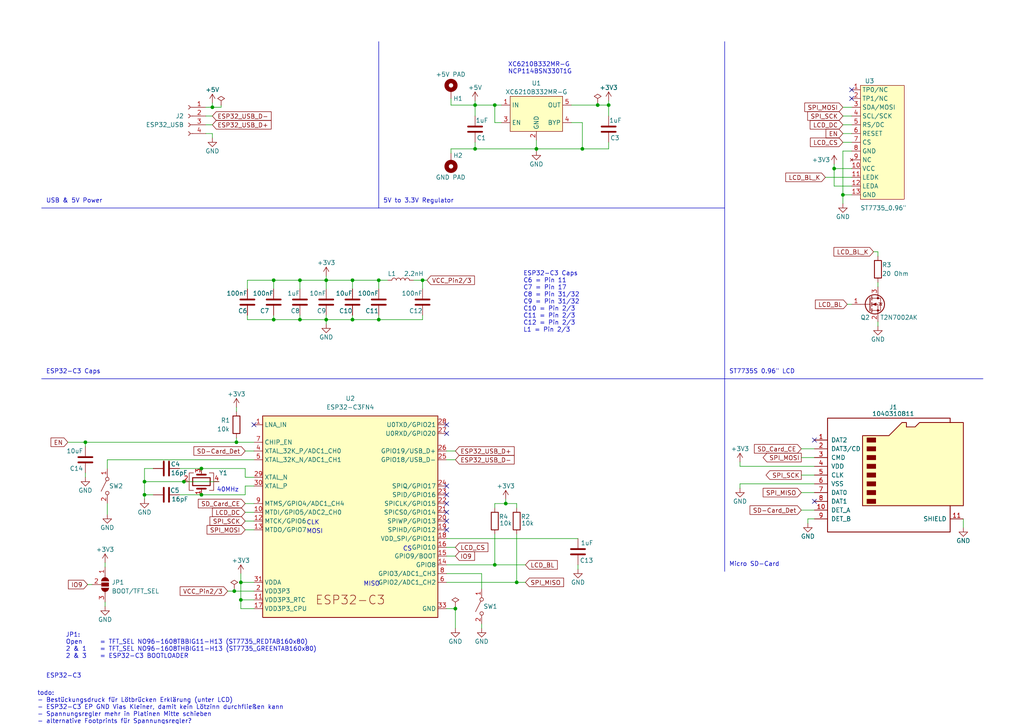
<source format=kicad_sch>
(kicad_sch (version 20230121) (generator eeschema)
  (paper "A4")
  (title_block (title "Switch Ornament") (date "2023-05-05") (rev "1.3"))
  (lib_symbols
    (symbol "Connector:Conn_01x04_Female" (pin_names (offset 1.016) hide)
      (property "Reference" "J" (at 0 5.08 0))
      (property "Value" "Conn_01x04_Female" (at 0 -7.62 0))
      (symbol "Conn_01x04_Female_1_1"
        (arc (start 0 -4.572) (mid -0.5058 -5.08) (end 0 -5.588) (stroke (width 0.1524)))
        (arc (start 0 -2.032) (mid -0.5058 -2.54) (end 0 -3.048) (stroke (width 0.1524)))
        (polyline (pts (xy -1.27 -5.08) (xy -0.508 -5.08)) (stroke (width 0.1524)))
        (polyline (pts (xy -1.27 -2.54) (xy -0.508 -2.54)) (stroke (width 0.1524)))
        (polyline (pts (xy -1.27 0) (xy -0.508 0)) (stroke (width 0.1524)))
        (polyline (pts (xy -1.27 2.54) (xy -0.508 2.54)) (stroke (width 0.1524)))
        (arc (start 0 0.508) (mid -0.5058 0) (end 0 -0.508) (stroke (width 0.1524)))
        (arc (start 0 3.048) (mid -0.5058 2.54) (end 0 2.032) (stroke (width 0.1524)))
        (pin passive line (at -5.08 2.54 0) (length 3.81) (name "Pin_1") (number "1"))
        (pin passive line (at -5.08 0 0) (length 3.81) (name "Pin_2") (number "2"))
        (pin passive line (at -5.08 -2.54 0) (length 3.81) (name "Pin_3") (number "3"))
        (pin passive line (at -5.08 -5.08 0) (length 3.81) (name "Pin_4") (number "4"))
      )
    )
    (symbol "Connector:Micro_SD_Card_Det" (pin_names (offset 1.016))
      (property "Reference" "J" (at -16.51 17.78 0))
      (property "Value" "Micro_SD_Card_Det" (at 16.51 17.78 0))
      (symbol "Micro_SD_Card_Det_0_1"
        (rectangle (start -7.62 -6.985) (end -5.08 -8.255) (fill (type outline)))
        (rectangle (start -7.62 -4.445) (end -5.08 -5.715) (fill (type outline)))
        (rectangle (start -7.62 -1.905) (end -5.08 -3.175) (fill (type outline)))
        (rectangle (start -7.62 0.635) (end -5.08 -0.635) (fill (type outline)))
        (rectangle (start -7.62 3.175) (end -5.08 1.905) (fill (type outline)))
        (rectangle (start -7.62 5.715) (end -5.08 4.445) (fill (type outline)))
        (rectangle (start -7.62 8.255) (end -5.08 6.985) (fill (type outline)))
        (rectangle (start -7.62 10.795) (end -5.08 9.525) (fill (type outline)))
        (polyline (pts (xy 16.51 15.24) (xy 16.51 16.51) (xy -19.05 16.51) (xy -19.05 -16.51) (xy 16.51 -16.51) (xy 16.51 -8.89)) (stroke (width 0.254)))
        (polyline (pts (xy -8.89 -8.89) (xy -8.89 11.43) (xy -1.27 11.43) (xy 2.54 15.24) (xy 3.81 15.24) (xy 3.81 13.97) (xy 6.35 13.97) (xy 7.62 15.24) (xy 20.32 15.24) (xy 20.32 -8.89) (xy -8.89 -8.89)) (stroke (width 0.254)) (fill (type background)))
      )
      (symbol "Micro_SD_Card_Det_1_1"
        (pin bidirectional line (at -22.86 10.16 0) (length 3.81) (name "DAT2") (number "1"))
        (pin passive line (at -22.86 -10.16 0) (length 3.81) (name "DET_A") (number "10"))
        (pin passive line (at 20.32 -12.7 180) (length 3.81) (name "SHIELD") (number "11"))
        (pin bidirectional line (at -22.86 7.62 0) (length 3.81) (name "DAT3/CD") (number "2"))
        (pin input line (at -22.86 5.08 0) (length 3.81) (name "CMD") (number "3"))
        (pin power_in line (at -22.86 2.54 0) (length 3.81) (name "VDD") (number "4"))
        (pin input line (at -22.86 0 0) (length 3.81) (name "CLK") (number "5"))
        (pin power_in line (at -22.86 -2.54 0) (length 3.81) (name "VSS") (number "6"))
        (pin bidirectional line (at -22.86 -5.08 0) (length 3.81) (name "DAT0") (number "7"))
        (pin bidirectional line (at -22.86 -7.62 0) (length 3.81) (name "DAT1") (number "8"))
        (pin passive line (at -22.86 -12.7 0) (length 3.81) (name "DET_B") (number "9"))
      )
    )
    (symbol "Device:C" (pin_numbers hide) (pin_names (offset 0.254))
      (property "Reference" "C" (at 0.635 2.54 0))
      (property "Value" "C" (at 0.635 -2.54 0))
      (symbol "C_0_1"
        (polyline (pts (xy -2.032 -0.762) (xy 2.032 -0.762)) (stroke (width 0.508)))
        (polyline (pts (xy -2.032 0.762) (xy 2.032 0.762)) (stroke (width 0.508)))
      )
      (symbol "C_1_1"
        (pin passive line (at 0 3.81 270) (length 2.794) (name "~") (number "1"))
        (pin passive line (at 0 -3.81 90) (length 2.794) (name "~") (number "2"))
      )
    )
    (symbol "Device:Crystal_GND24" (pin_names (offset 1.016) hide)
      (property "Reference" "Y" (at 3.175 5.08 0))
      (property "Value" "Crystal_GND24" (at 3.175 3.175 0))
      (symbol "Crystal_GND24_0_1"
        (rectangle (start -1.143 2.54) (end 1.143 -2.54) (stroke (width 0.3048)))
        (polyline (pts (xy -2.54 0) (xy -2.032 0)))
        (polyline (pts (xy -2.032 -1.27) (xy -2.032 1.27)) (stroke (width 0.508)))
        (polyline (pts (xy 0 -3.81) (xy 0 -3.556)))
        (polyline (pts (xy 0 3.556) (xy 0 3.81)))
        (polyline (pts (xy 2.032 -1.27) (xy 2.032 1.27)) (stroke (width 0.508)))
        (polyline (pts (xy 2.032 0) (xy 2.54 0)))
        (polyline (pts (xy -2.54 -2.286) (xy -2.54 -3.556) (xy 2.54 -3.556) (xy 2.54 -2.286)))
        (polyline (pts (xy -2.54 2.286) (xy -2.54 3.556) (xy 2.54 3.556) (xy 2.54 2.286)))
      )
      (symbol "Crystal_GND24_1_1"
        (pin passive line (at -3.81 0 0) (length 1.27) (name "1") (number "1"))
        (pin passive line (at 0 5.08 270) (length 1.27) (name "2") (number "2"))
        (pin passive line (at 3.81 0 180) (length 1.27) (name "3") (number "3"))
        (pin passive line (at 0 -5.08 90) (length 1.27) (name "4") (number "4"))
      )
    )
    (symbol "Device:L" (pin_numbers hide) (pin_names (offset 1.016) hide)
      (property "Reference" "L" (at -1.27 0 90))
      (property "Value" "L" (at 1.905 0 90))
      (symbol "L_0_1"
        (arc (start 0 -2.54) (mid 0.6323 -1.905) (end 0 -1.27))
        (arc (start 0 -1.27) (mid 0.6323 -0.635) (end 0 0))
        (arc (start 0 0) (mid 0.6323 0.635) (end 0 1.27))
        (arc (start 0 1.27) (mid 0.6323 1.905) (end 0 2.54))
      )
      (symbol "L_1_1"
        (pin passive line (at 0 3.81 270) (length 1.27) (name "1") (number "1"))
        (pin passive line (at 0 -3.81 90) (length 1.27) (name "2") (number "2"))
      )
    )
    (symbol "Device:R" (pin_numbers hide) (pin_names (offset 0))
      (property "Reference" "R" (at 2.032 0 90))
      (property "Value" "R" (at 0 0 90))
      (symbol "R_0_1"
        (rectangle (start -1.016 -2.54) (end 1.016 2.54) (stroke (width 0.254)))
      )
      (symbol "R_1_1"
        (pin passive line (at 0 3.81 270) (length 1.27) (name "~") (number "1"))
        (pin passive line (at 0 -3.81 90) (length 1.27) (name "~") (number "2"))
      )
    )
    (symbol "Display:ST7735_0.96{dblquote}"
      (property "Reference" "U" (at 1.27 1.27 0))
      (property "Value" "ST7735_0.96{dblquote}" (at 6.35 -34.29 0))
      (symbol "ST7735_0.96{dblquote}_0_1"
        (rectangle (start 0 0) (end 12.7 -33.02) (fill (type background)))
      )
      (symbol "ST7735_0.96{dblquote}_1_1"
        (pin input line (at -2.54 -1.27 0) (length 2.54) (name "TP0/NC") (number "1"))
        (pin input line (at -2.54 -24.13 0) (length 2.54) (name "VCC") (number "10"))
        (pin input line (at -2.54 -26.67 0) (length 2.54) (name "LEDK") (number "11"))
        (pin input line (at -2.54 -29.21 0) (length 2.54) (name "LEDA") (number "12"))
        (pin input line (at -2.54 -31.75 0) (length 2.54) (name "GND") (number "13"))
        (pin input line (at -2.54 -3.81 0) (length 2.54) (name "TP1/NC") (number "2"))
        (pin input line (at -2.54 -6.35 0) (length 2.54) (name "SDA/MOSI") (number "3"))
        (pin input line (at -2.54 -8.89 0) (length 2.54) (name "SCL/SCK") (number "4"))
        (pin input line (at -2.54 -11.43 0) (length 2.54) (name "RS/DC") (number "5"))
        (pin input line (at -2.54 -13.97 0) (length 2.54) (name "RESET") (number "6"))
        (pin input line (at -2.54 -16.51 0) (length 2.54) (name "CS") (number "7"))
        (pin input line (at -2.54 -19.05 0) (length 2.54) (name "GND") (number "8"))
        (pin no_connect line (at -2.54 -21.59 0) (length 2.54) (name "NC") (number "9"))
      )
    )
    (symbol "Espressif:ESP32-C3"
      (property "Reference" "U" (at -25.4 35.56 0))
      (property "Value" "ESP32-C3" (at -25.4 33.02 0))
      (symbol "ESP32-C3_0_0"
        (text "ESP32-C3" (at 0 -22.86 0) (effects (font (size 2.54 2.54))))
        (pin bidirectional line (at -27.94 27.94 0) (length 2.54) (name "LNA_IN") (number "1"))
        (pin bidirectional line (at -27.94 2.54 0) (length 2.54) (name "MTDI/GPIO5/ADC2_CH0") (number "10"))
        (pin power_in line (at -27.94 -22.86 0) (length 2.54) (name "VDD3P3_RTC") (number "11"))
        (pin bidirectional line (at -27.94 0 0) (length 2.54) (name "MTCK/GPIO6") (number "12"))
        (pin bidirectional line (at -27.94 -2.54 0) (length 2.54) (name "MTDO/GPIO7") (number "13"))
        (pin bidirectional line (at 27.94 -12.7 180) (length 2.54) (name "GPIO8") (number "14"))
        (pin bidirectional line (at 27.94 -10.16 180) (length 2.54) (name "GPIO9/BOOT") (number "15"))
        (pin bidirectional line (at 27.94 -7.62 180) (length 2.54) (name "GPIO10") (number "16"))
        (pin power_in line (at -27.94 -25.4 0) (length 2.54) (name "VDD3P3_CPU") (number "17"))
        (pin bidirectional line (at 27.94 -5.08 180) (length 2.54) (name "VDD_SPI/GPIO11") (number "18"))
        (pin bidirectional line (at 27.94 -2.54 180) (length 2.54) (name "SPIHD/GPIO12") (number "19"))
        (pin power_in line (at -27.94 -20.32 0) (length 2.54) (name "VDD3P3") (number "2"))
        (pin bidirectional line (at 27.94 0 180) (length 2.54) (name "SPIWP/GPIO13") (number "20"))
        (pin bidirectional line (at 27.94 2.54 180) (length 2.54) (name "SPICS0/GPIO14") (number "21"))
        (pin bidirectional line (at 27.94 5.08 180) (length 2.54) (name "SPICLK/GPIO15") (number "22"))
        (pin bidirectional line (at 27.94 7.62 180) (length 2.54) (name "SPID/GPIO16") (number "23"))
        (pin bidirectional line (at 27.94 10.16 180) (length 2.54) (name "SPIQ/GPIO17") (number "24"))
        (pin bidirectional line (at 27.94 17.78 180) (length 2.54) (name "GPIO18/USB_D-") (number "25"))
        (pin bidirectional line (at 27.94 20.32 180) (length 2.54) (name "GPIO19/USB_D+") (number "26"))
        (pin bidirectional line (at 27.94 25.4 180) (length 2.54) (name "U0RXD/GPIO20") (number "27"))
        (pin bidirectional line (at 27.94 27.94 180) (length 2.54) (name "U0TXD/GPIO21") (number "28"))
        (pin output line (at -27.94 12.7 0) (length 2.54) (name "XTAL_N") (number "29"))
        (pin input line (at -27.94 10.16 0) (length 2.54) (name "XTAL_P") (number "30"))
        (pin power_in line (at -27.94 -17.78 0) (length 2.54) (name "VDDA") (number "31"))
        (pin power_in line (at 27.94 -25.4 180) (length 2.54) (name "GND") (number "33"))
        (pin output line (at -27.94 20.32 0) (length 2.54) (name "XTAL_32K_P/ADC1_CH0") (number "4"))
        (pin input line (at -27.94 17.78 0) (length 2.54) (name "XTAL_32K_N/ADC1_CH1") (number "5"))
        (pin bidirectional line (at 27.94 -17.78 180) (length 2.54) (name "GPIO2/ADC1_CH2") (number "6"))
        (pin input line (at -27.94 22.86 0) (length 2.54) (name "CHIP_EN") (number "7"))
        (pin bidirectional line (at 27.94 -15.24 180) (length 2.54) (name "GPIO3/ADC1_CH3") (number "8"))
        (pin bidirectional line (at -27.94 5.08 0) (length 2.54) (name "MTMS/GPIO4/ADC1_CH4") (number "9"))
      )
      (symbol "ESP32-C3_0_1"
        (rectangle (start -25.4 30.48) (end 25.4 -27.94) (stroke (width 0.254)) (fill (type background)))
        (pin passive line (at -27.94 -20.32 0) (length 2.54) hide (name "VDD3P3") (number "3"))
        (pin passive line (at -27.94 -17.78 0) (length 2.54) hide (name "VDDA") (number "32"))
      )
    )
    (symbol "Jumper:SolderJumper_3_Open" (pin_names (offset 0) hide)
      (property "Reference" "JP" (at -2.54 -2.54 0))
      (property "Value" "SolderJumper_3_Open" (at 0 2.794 0))
      (symbol "SolderJumper_3_Open_0_1"
        (arc (start -1.016 1.016) (mid -2.0276 0) (end -1.016 -1.016))
        (arc (start -1.016 1.016) (mid -2.0276 0) (end -1.016 -1.016) (fill (type outline)))
        (rectangle (start -0.508 1.016) (end 0.508 -1.016) (fill (type outline)))
        (polyline (pts (xy -2.54 0) (xy -2.032 0)))
        (polyline (pts (xy -1.016 1.016) (xy -1.016 -1.016)))
        (polyline (pts (xy 0 -1.27) (xy 0 -1.016)))
        (polyline (pts (xy 1.016 1.016) (xy 1.016 -1.016)))
        (polyline (pts (xy 2.54 0) (xy 2.032 0)))
        (arc (start 1.016 -1.016) (mid 2.0276 0) (end 1.016 1.016))
        (arc (start 1.016 -1.016) (mid 2.0276 0) (end 1.016 1.016) (fill (type outline)))
      )
      (symbol "SolderJumper_3_Open_1_1"
        (pin passive line (at -5.08 0 0) (length 2.54) (name "A") (number "1"))
        (pin passive line (at 0 -3.81 90) (length 2.54) (name "C") (number "2"))
        (pin passive line (at 5.08 0 180) (length 2.54) (name "B") (number "3"))
      )
    )
    (symbol "Mechanical:MountingHole_Pad" (pin_numbers hide) (pin_names (offset 1.016) hide)
      (property "Reference" "H" (at 0 6.35 0))
      (property "Value" "MountingHole_Pad" (at 0 4.445 0))
      (symbol "MountingHole_Pad_0_1"
        (circle (center 0 1.27) (radius 1.27) (stroke (width 1.27)))
      )
      (symbol "MountingHole_Pad_1_1"
        (pin input line (at 0 -2.54 90) (length 2.54) (name "1") (number "1"))
      )
    )
    (symbol "NCP700BSN33T1G:NCP700BSN33T1G"
      (property "Reference" "U" (at 0 11.43 0))
      (property "Value" "NCP700BSN33T1G" (at 0 8.89 0))
      (symbol "NCP700BSN33T1G_0_1"
        (rectangle (start -7.62 7.62) (end 7.62 -2.54) (fill (type background)))
      )
      (symbol "NCP700BSN33T1G_1_1"
        (pin input line (at -10.16 5.08 0) (length 2.54) (name "IN") (number "1"))
        (pin input line (at 0 -5.08 90) (length 2.54) (name "GND") (number "2"))
        (pin input line (at -10.16 0 0) (length 2.54) (name "EN") (number "3"))
        (pin input line (at 10.16 0 180) (length 2.54) (name "BYP") (number "4"))
        (pin input line (at 10.16 5.08 180) (length 2.54) (name "OUT") (number "5"))
      )
    )
    (symbol "Switch:SW_SPST" (pin_names (offset 0) hide)
      (property "Reference" "SW" (at 0 3.175 0))
      (property "Value" "SW_SPST" (at 0 -2.54 0))
      (symbol "SW_SPST_0_0"
        (circle (center -2.032 0) (radius 0.508))
        (polyline (pts (xy -1.524 0.254) (xy 1.524 1.778)))
        (circle (center 2.032 0) (radius 0.508))
      )
      (symbol "SW_SPST_1_1"
        (pin passive line (at -5.08 0 0) (length 2.54) (name "A") (number "1"))
        (pin passive line (at 5.08 0 180) (length 2.54) (name "B") (number "2"))
      )
    )
    (symbol "Transistor_FET:2N7002E" (pin_names hide)
      (property "Reference" "Q" (at 5.08 1.905 0))
      (property "Value" "2N7002E" (at 5.08 0 0))
      (symbol "2N7002E_0_1"
        (polyline (pts (xy 0.254 0) (xy -2.54 0)))
        (polyline (pts (xy 0.254 1.905) (xy 0.254 -1.905)) (stroke (width 0.254)))
        (polyline (pts (xy 0.762 -1.27) (xy 0.762 -2.286)) (stroke (width 0.254)))
        (polyline (pts (xy 0.762 0.508) (xy 0.762 -0.508)) (stroke (width 0.254)))
        (polyline (pts (xy 0.762 2.286) (xy 0.762 1.27)) (stroke (width 0.254)))
        (polyline (pts (xy 2.54 2.54) (xy 2.54 1.778)))
        (polyline (pts (xy 2.54 -2.54) (xy 2.54 0) (xy 0.762 0)))
        (polyline (pts (xy 0.762 -1.778) (xy 3.302 -1.778) (xy 3.302 1.778) (xy 0.762 1.778)))
        (polyline (pts (xy 1.016 0) (xy 2.032 0.381) (xy 2.032 -0.381) (xy 1.016 0)) (fill (type outline)))
        (polyline (pts (xy 2.794 0.508) (xy 2.921 0.381) (xy 3.683 0.381) (xy 3.81 0.254)))
        (polyline (pts (xy 3.302 0.381) (xy 2.921 -0.254) (xy 3.683 -0.254) (xy 3.302 0.381)))
        (circle (center 1.651 0) (radius 2.794) (stroke (width 0.254)))
        (circle (center 2.54 -1.778) (radius 0.254) (fill (type outline)))
        (circle (center 2.54 1.778) (radius 0.254) (fill (type outline)))
      )
      (symbol "2N7002E_1_1"
        (pin input line (at -5.08 0 0) (length 2.54) (name "G") (number "1"))
        (pin passive line (at 2.54 -5.08 90) (length 2.54) (name "S") (number "2"))
        (pin passive line (at 2.54 5.08 270) (length 2.54) (name "D") (number "3"))
      )
    )
    (symbol "power:+3V3" (power) (pin_names (offset 0))
      (property "Value" "+3V3" (at 0 3.556 0))
      (symbol "+3V3_0_1"
        (polyline (pts (xy -0.762 1.27) (xy 0 2.54)))
        (polyline (pts (xy 0 0) (xy 0 2.54)))
        (polyline (pts (xy 0 2.54) (xy 0.762 1.27)))
      )
      (symbol "+3V3_1_1"
        (pin power_in line (at 0 0 90) (length 0) hide (name "+3V3") (number "1"))
      )
    )
    (symbol "power:+5V" (power) (pin_names (offset 0))
      (property "Value" "+5V" (at 0 3.556 0))
      (symbol "+5V_0_1"
        (polyline (pts (xy -0.762 1.27) (xy 0 2.54)))
        (polyline (pts (xy 0 0) (xy 0 2.54)))
        (polyline (pts (xy 0 2.54) (xy 0.762 1.27)))
      )
      (symbol "+5V_1_1"
        (pin power_in line (at 0 0 90) (length 0) hide (name "+5V") (number "1"))
      )
    )
    (symbol "power:GND" (power) (pin_names (offset 0))
      (property "Value" "GND" (at 0 -3.81 0))
      (symbol "GND_0_1"
        (polyline (pts (xy 0 0) (xy 0 -1.27) (xy 1.27 -1.27) (xy 0 -2.54) (xy -1.27 -1.27) (xy 0 -1.27)))
      )
      (symbol "GND_1_1"
        (pin power_in line (at 0 0 270) (length 0) hide (name "GND") (number "1"))
      )
    )
    (symbol "power:PWR_FLAG" (power) (pin_numbers hide) (pin_names (offset 0) hide)
      (property "Value" "PWR_FLAG" (at 0 3.81 0))
      (symbol "PWR_FLAG_0_0"
        (pin power_out line (at 0 0 90) (length 0) (name "pwr") (number "1"))
      )
      (symbol "PWR_FLAG_0_1"
        (polyline (pts (xy 0 0) (xy 0 1.27) (xy -1.016 1.905) (xy 0 2.54) (xy 1.016 1.905) (xy 0 1.27)))
      )
    )
  )
  (junction (at 244.475 56.515))
  (junction (at 143.51 163.83))
  (junction (at 86.995 81.28))
  (junction (at 58.42 135.89))
  (junction (at 143.51 30.48))
  (junction (at 109.855 81.28))
  (junction (at 173.355 30.48))
  (junction (at 146.685 146.05))
  (junction (at 61.595 31.115))
  (junction (at 94.615 81.28))
  (junction (at 68.58 128.27))
  (junction (at 69.85 173.99))
  (junction (at 137.795 30.48))
  (junction (at 79.375 92.71))
  (junction (at 86.995 92.71))
  (junction (at 67.945 171.45))
  (junction (at 109.855 92.71))
  (junction (at 58.42 143.51))
  (junction (at 168.91 43.18))
  (junction (at 137.795 43.18))
  (junction (at 79.375 81.28))
  (junction (at 176.53 30.48))
  (junction (at 155.575 43.18))
  (junction (at 122.555 81.28))
  (junction (at 53.34 139.7))
  (junction (at 102.235 81.28))
  (junction (at 41.91 143.51))
  (junction (at 69.85 168.91))
  (junction (at 102.235 92.71))
  (junction (at 241.935 48.895))
  (junction (at 94.615 92.71))
  (junction (at 24.765 128.27))
  (junction (at 41.91 139.7))
  (junction (at 132.08 176.53))
  (junction (at 149.86 168.91))
  (no_connect (at 129.54 146.05))
  (no_connect (at 129.54 153.67))
  (no_connect (at 129.54 151.13))
  (no_connect (at 129.54 143.51))
  (no_connect (at 236.22 127.635))
  (no_connect (at 247.015 28.575))
  (no_connect (at 247.015 26.035))
  (no_connect (at 129.54 148.59))
  (no_connect (at 73.66 123.19))
  (no_connect (at 129.54 123.19))
  (no_connect (at 129.54 125.73))
  (no_connect (at 129.54 140.97))
  (no_connect (at 236.22 145.415))
  (wire (pts (xy 173.355 30.48) (xy 176.53 30.48)))
  (wire (pts (xy 143.51 163.83) (xy 152.4 163.83)))
  (wire (pts (xy 94.615 80.01) (xy 94.615 81.28)))
  (wire (pts (xy 146.685 144.78) (xy 146.685 146.05)))
  (wire (pts (xy 132.08 176.53) (xy 129.54 176.53)))
  (wire (pts (xy 244.475 31.115) (xy 247.015 31.115)))
  (wire (pts (xy 129.54 168.91) (xy 149.86 168.91)))
  (wire (pts (xy 234.315 150.495) (xy 236.22 150.495)))
  (wire (pts (xy 253.365 73.025) (xy 254.635 73.025)))
  (wire (pts (xy 71.755 81.28) (xy 79.375 81.28)))
  (wire (pts (xy 71.755 81.28) (xy 71.755 83.82)))
  (wire (pts (xy 149.86 168.91) (xy 152.4 168.91)))
  (wire (pts (xy 61.595 29.845) (xy 61.595 31.115)))
  (wire (pts (xy 122.555 92.71) (xy 109.855 92.71)))
  (wire (pts (xy 52.07 143.51) (xy 58.42 143.51)))
  (wire (pts (xy 137.795 30.48) (xy 137.795 33.655)))
  (wire (pts (xy 109.855 81.28) (xy 102.235 81.28)))
  (wire (pts (xy 86.995 92.71) (xy 94.615 92.71)))
  (wire (pts (xy 247.015 43.815) (xy 244.475 43.815)))
  (wire (pts (xy 123.825 81.28) (xy 122.555 81.28)))
  (wire (pts (xy 79.375 92.71) (xy 86.995 92.71)))
  (wire (pts (xy 67.945 170.815) (xy 67.945 171.45)))
  (wire (pts (xy 19.685 128.27) (xy 24.765 128.27)))
  (wire (pts (xy 61.595 33.655) (xy 59.69 33.655)))
  (wire (pts (xy 245.745 88.265) (xy 247.015 88.265)))
  (wire (pts (xy 168.91 35.56) (xy 168.91 43.18)))
  (wire (pts (xy 53.34 139.7) (xy 63.5 139.7)))
  (wire (pts (xy 122.555 91.44) (xy 122.555 92.71)))
  (wire (pts (xy 132.08 130.81) (xy 129.54 130.81)))
  (wire (pts (xy 41.91 143.51) (xy 41.91 144.78)))
  (wire (pts (xy 149.86 154.94) (xy 149.86 168.91)))
  (wire (pts (xy 86.995 91.44) (xy 86.995 92.71)))
  (wire (pts (xy 102.235 81.28) (xy 94.615 81.28)))
  (wire (pts (xy 73.66 138.43) (xy 71.12 138.43)))
  (wire (pts (xy 24.765 128.27) (xy 68.58 128.27)))
  (wire (pts (xy 69.85 168.91) (xy 69.85 173.99)))
  (wire (pts (xy 254.635 81.915) (xy 254.635 83.185)))
  (wire (pts (xy 71.12 140.97) (xy 71.12 143.51)))
  (wire (pts (xy 41.91 143.51) (xy 44.45 143.51)))
  (wire (pts (xy 232.41 137.795) (xy 236.22 137.795)))
  (wire (pts (xy 94.615 92.71) (xy 94.615 91.44)))
  (wire (pts (xy 155.575 43.18) (xy 168.91 43.18)))
  (wire (pts (xy 143.51 35.56) (xy 143.51 30.48)))
  (wire (pts (xy 71.755 91.44) (xy 71.755 92.71)))
  (polyline (pts (xy 12.065 60.325) (xy 210.185 60.325)))
  (wire (pts (xy 102.235 83.82) (xy 102.235 81.28)))
  (wire (pts (xy 30.48 163.195) (xy 30.48 164.465)))
  (wire (pts (xy 139.7 166.37) (xy 139.7 170.815)))
  (wire (pts (xy 137.795 41.275) (xy 137.795 43.18)))
  (wire (pts (xy 44.45 135.89) (xy 41.91 135.89)))
  (wire (pts (xy 68.58 118.11) (xy 68.58 119.38)))
  (wire (pts (xy 129.54 163.83) (xy 143.51 163.83)))
  (wire (pts (xy 58.42 135.89) (xy 71.12 135.89)))
  (wire (pts (xy 143.51 163.83) (xy 143.51 154.94)))
  (wire (pts (xy 232.41 132.715) (xy 236.22 132.715)))
  (wire (pts (xy 244.475 56.515) (xy 247.015 56.515)))
  (wire (pts (xy 129.54 158.75) (xy 132.08 158.75)))
  (wire (pts (xy 244.475 43.815) (xy 244.475 56.515)))
  (wire (pts (xy 214.63 133.985) (xy 214.63 135.255)))
  (wire (pts (xy 109.855 81.28) (xy 109.855 83.82)))
  (wire (pts (xy 68.58 128.27) (xy 73.66 128.27)))
  (wire (pts (xy 247.015 53.975) (xy 241.935 53.975)))
  (wire (pts (xy 143.51 35.56) (xy 145.415 35.56)))
  (wire (pts (xy 176.53 41.275) (xy 176.53 43.18)))
  (wire (pts (xy 102.235 92.71) (xy 94.615 92.71)))
  (wire (pts (xy 86.995 81.28) (xy 86.995 83.82)))
  (wire (pts (xy 24.765 128.27) (xy 24.765 129.54)))
  (wire (pts (xy 71.12 130.81) (xy 73.66 130.81)))
  (wire (pts (xy 149.86 146.05) (xy 146.685 146.05)))
  (wire (pts (xy 79.375 81.28) (xy 86.995 81.28)))
  (wire (pts (xy 143.51 30.48) (xy 145.415 30.48)))
  (wire (pts (xy 31.115 133.35) (xy 73.66 133.35)))
  (wire (pts (xy 130.81 28.575) (xy 130.81 30.48)))
  (wire (pts (xy 71.755 92.71) (xy 79.375 92.71)))
  (wire (pts (xy 109.855 92.71) (xy 102.235 92.71)))
  (wire (pts (xy 254.635 93.345) (xy 254.635 94.615)))
  (wire (pts (xy 279.4 150.495) (xy 279.4 153.035)))
  (wire (pts (xy 130.81 43.18) (xy 137.795 43.18)))
  (wire (pts (xy 122.555 81.28) (xy 122.555 83.82)))
  (wire (pts (xy 241.935 53.975) (xy 241.935 48.895)))
  (wire (pts (xy 41.91 139.7) (xy 53.34 139.7)))
  (wire (pts (xy 137.795 29.21) (xy 137.795 30.48)))
  (wire (pts (xy 73.66 140.97) (xy 71.12 140.97)))
  (wire (pts (xy 129.54 156.21) (xy 167.64 156.21)))
  (wire (pts (xy 165.735 35.56) (xy 168.91 35.56)))
  (wire (pts (xy 71.12 138.43) (xy 71.12 135.89)))
  (wire (pts (xy 241.935 48.895) (xy 247.015 48.895)))
  (wire (pts (xy 69.85 173.99) (xy 69.85 176.53)))
  (wire (pts (xy 71.12 153.67) (xy 73.66 153.67)))
  (wire (pts (xy 58.42 143.51) (xy 71.12 143.51)))
  (wire (pts (xy 31.115 135.89) (xy 31.115 133.35)))
  (wire (pts (xy 73.66 173.99) (xy 69.85 173.99)))
  (polyline (pts (xy 210.185 12.065) (xy 210.185 165.735)))
  (wire (pts (xy 52.07 135.89) (xy 58.42 135.89)))
  (wire (pts (xy 66.04 171.45) (xy 67.945 171.45)))
  (wire (pts (xy 94.615 92.71) (xy 94.615 93.98)))
  (wire (pts (xy 25.4 169.545) (xy 26.67 169.545)))
  (wire (pts (xy 61.595 36.195) (xy 59.69 36.195)))
  (wire (pts (xy 129.54 166.37) (xy 139.7 166.37)))
  (wire (pts (xy 71.12 151.13) (xy 73.66 151.13)))
  (wire (pts (xy 173.355 29.845) (xy 173.355 30.48)))
  (wire (pts (xy 155.575 43.815) (xy 155.575 43.18)))
  (wire (pts (xy 214.63 141.605) (xy 214.63 140.335)))
  (wire (pts (xy 254.635 73.025) (xy 254.635 74.295)))
  (wire (pts (xy 139.7 180.975) (xy 139.7 182.245)))
  (polyline (pts (xy 109.855 12.065) (xy 109.855 60.325)))
  (wire (pts (xy 176.53 29.21) (xy 176.53 30.48)))
  (wire (pts (xy 69.85 168.91) (xy 73.66 168.91)))
  (wire (pts (xy 244.475 36.195) (xy 247.015 36.195)))
  (wire (pts (xy 143.51 30.48) (xy 137.795 30.48)))
  (wire (pts (xy 132.08 175.895) (xy 132.08 176.53)))
  (wire (pts (xy 68.58 127) (xy 68.58 128.27)))
  (wire (pts (xy 30.48 175.895) (xy 30.48 174.625)))
  (wire (pts (xy 132.08 182.245) (xy 132.08 176.53)))
  (wire (pts (xy 79.375 81.28) (xy 79.375 83.82)))
  (wire (pts (xy 112.395 81.28) (xy 109.855 81.28)))
  (wire (pts (xy 143.51 146.05) (xy 143.51 147.32)))
  (wire (pts (xy 31.115 146.05) (xy 31.115 149.225)))
  (wire (pts (xy 67.945 171.45) (xy 73.66 171.45)))
  (wire (pts (xy 244.475 41.275) (xy 247.015 41.275)))
  (wire (pts (xy 61.595 38.735) (xy 61.595 40.005)))
  (wire (pts (xy 79.375 91.44) (xy 79.375 92.71)))
  (wire (pts (xy 41.91 139.7) (xy 41.91 143.51)))
  (wire (pts (xy 241.935 47.625) (xy 241.935 48.895)))
  (wire (pts (xy 73.66 176.53) (xy 69.85 176.53)))
  (wire (pts (xy 41.91 135.89) (xy 41.91 139.7)))
  (wire (pts (xy 155.575 40.64) (xy 155.575 43.18)))
  (wire (pts (xy 214.63 140.335) (xy 236.22 140.335)))
  (wire (pts (xy 61.595 38.735) (xy 59.69 38.735)))
  (wire (pts (xy 64.135 30.48) (xy 64.135 31.115)))
  (wire (pts (xy 232.41 142.875) (xy 236.22 142.875)))
  (wire (pts (xy 71.12 148.59) (xy 73.66 148.59)))
  (wire (pts (xy 234.315 151.765) (xy 234.315 150.495)))
  (wire (pts (xy 176.53 33.655) (xy 176.53 30.48)))
  (wire (pts (xy 244.475 59.055) (xy 244.475 56.515)))
  (wire (pts (xy 129.54 161.29) (xy 132.08 161.29)))
  (wire (pts (xy 94.615 81.28) (xy 94.615 83.82)))
  (wire (pts (xy 167.64 165.1) (xy 167.64 163.83)))
  (wire (pts (xy 64.135 31.115) (xy 61.595 31.115)))
  (wire (pts (xy 244.475 33.655) (xy 247.015 33.655)))
  (wire (pts (xy 214.63 135.255) (xy 236.22 135.255)))
  (polyline (pts (xy 12.065 109.855) (xy 285.115 109.855)))
  (wire (pts (xy 130.81 44.45) (xy 130.81 43.18)))
  (wire (pts (xy 176.53 43.18) (xy 168.91 43.18)))
  (wire (pts (xy 71.12 146.05) (xy 73.66 146.05)))
  (wire (pts (xy 232.41 130.175) (xy 236.22 130.175)))
  (wire (pts (xy 130.81 30.48) (xy 137.795 30.48)))
  (wire (pts (xy 165.735 30.48) (xy 173.355 30.48)))
  (wire (pts (xy 69.85 168.91) (xy 69.85 166.37)))
  (wire (pts (xy 86.995 81.28) (xy 94.615 81.28)))
  (wire (pts (xy 132.08 133.35) (xy 129.54 133.35)))
  (wire (pts (xy 244.475 38.735) (xy 247.015 38.735)))
  (wire (pts (xy 232.41 147.955) (xy 236.22 147.955)))
  (wire (pts (xy 24.765 138.43) (xy 24.765 137.16)))
  (wire (pts (xy 122.555 81.28) (xy 120.015 81.28)))
  (wire (pts (xy 239.395 51.435) (xy 247.015 51.435)))
  (wire (pts (xy 109.855 91.44) (xy 109.855 92.71)))
  (wire (pts (xy 149.86 146.05) (xy 149.86 147.32)))
  (wire (pts (xy 146.685 146.05) (xy 143.51 146.05)))
  (wire (pts (xy 102.235 91.44) (xy 102.235 92.71)))
  (wire (pts (xy 61.595 31.115) (xy 59.69 31.115)))
  (wire (pts (xy 137.795 43.18) (xy 155.575 43.18)))
  (text "ST7735S 0.96\" LCD" (at 211.455 108.585 0) (effects (font (size 1.27 1.27)) (justify left bottom)))
  (text "CLK" (at 88.9 152.4 0) (effects (font (size 1.27 1.27)) (justify left bottom)))
  (text "40MHz" (at 62.865 142.875 0) (effects (font (size 1.27 1.27)) (justify left bottom)))
  (text "USB & 5V Power" (at 13.335 59.055 0) (effects (font (size 1.27 1.27)) (justify left bottom)))
  (text "XC6210B332MR-G\nNCP114BSN330T1G" (at 147.32 21.59 0) (effects (font (size 1.27 1.27)) (justify left bottom)))
  (text "CS" (at 116.84 160.02 0) (effects (font (size 1.27 1.27)) (justify left bottom)))
  (text "ESP32-C3 Caps" (at 13.335 108.585 0) (effects (font (size 1.27 1.27)) (justify left bottom)))
  (text "MOSI" (at 88.9 154.94 0) (effects (font (size 1.27 1.27)) (justify left bottom)))
  (text "Micro SD-Card" (at 211.455 164.465 0) (effects (font (size 1.27 1.27)) (justify left bottom)))
  (text "todo:\n- Bestückungsdruck für Lötbrücken Erklärung (unter LCD)\n- ESP32-C3 EP GND Vias Kleiner, damit kein Lötzinn durchfließen kann\n- Spannungsregler mehr in Platinen Mitte schieben\n- alternative Footprints für Spannungsregler?\n- Optimierung der Leiterbahnen?" (at 10.795 212.09 0) (effects (font (size 1.27 1.27)) (justify left bottom)))
  (text "ESP32-C3 Caps\nC6 = Pin 11\nC7 = Pin 17\nC8 = Pin 31/32\nC9 = Pin 31/32\nC10 = Pin 2/3\nC11 = Pin 2/3\nC12 = Pin 2/3\nL1 = Pin 2/3" (at 151.765 96.52 0) (effects (font (size 1.27 1.27)) (justify left bottom)))
  (text "MISO" (at 105.41 170.18 0) (effects (font (size 1.27 1.27)) (justify left bottom)))
  (text "ESP32-C3" (at 13.335 196.85 0) (effects (font (size 1.27 1.27)) (justify left bottom)))
  (text "JP1:\nOpen	= TFT_SEL NO96-1608TBBIG11-H13 (ST7735_REDTAB160x80)\n2 & 1	= TFT_SEL NO96-1608THBIG11-H13 (ST7735_GREENTAB160x80)\n2 & 3	= ESP32-C3 BOOTLOADER" (at 19.05 191.135 0) (effects (font (size 1.27 1.27)) (justify left bottom)))
  (text "5V to 3.3V Regulator" (at 111.125 59.055 0) (effects (font (size 1.27 1.27)) (justify left bottom)))
  (global_label "IO9" (shape input) (at 132.08 161.29 0) (property "Intersheetrefs" "${INTERSHEET_REFS}" (effects hide)))
  (global_label "SD_Card_CE" (shape input) (at 71.12 146.05 180) (property "Intersheetrefs" "${INTERSHEET_REFS}" (effects hide)))
  (global_label "ESP32_USB_D-" (shape input) (at 61.595 33.655 0) (property "Intersheetrefs" "${INTERSHEET_REFS}" (effects hide)))
  (global_label "SPI_MISO" (shape input) (at 232.41 142.875 180) (property "Intersheetrefs" "${INTERSHEET_REFS}" (effects hide)))
  (global_label "LCD_BL" (shape input) (at 245.745 88.265 180) (property "Intersheetrefs" "${INTERSHEET_REFS}" (effects hide)))
  (global_label "VCC_Pin2{slash}3" (shape input) (at 123.825 81.28 0) (property "Intersheetrefs" "${INTERSHEET_REFS}" (effects hide)))
  (global_label "LCD_DC" (shape input) (at 244.475 36.195 180) (property "Intersheetrefs" "${INTERSHEET_REFS}" (effects hide)))
  (global_label "VCC_Pin2{slash}3" (shape input) (at 66.04 171.45 180) (property "Intersheetrefs" "${INTERSHEET_REFS}" (effects hide)))
  (global_label "SD-Card_Det" (shape input) (at 71.12 130.81 180) (property "Intersheetrefs" "${INTERSHEET_REFS}" (effects hide)))
  (global_label "SPI_MOSI" (shape output) (at 232.41 132.715 180) (property "Intersheetrefs" "${INTERSHEET_REFS}" (effects hide)))
  (global_label "LCD_CS" (shape input) (at 132.08 158.75 0) (property "Intersheetrefs" "${INTERSHEET_REFS}" (effects hide)))
  (global_label "SD_Card_CE" (shape input) (at 232.41 130.175 180) (property "Intersheetrefs" "${INTERSHEET_REFS}" (effects hide)))
  (global_label "LCD_CS" (shape input) (at 244.475 41.275 180) (property "Intersheetrefs" "${INTERSHEET_REFS}" (effects hide)))
  (global_label "SPI_SCK" (shape input) (at 244.475 33.655 180) (property "Intersheetrefs" "${INTERSHEET_REFS}" (effects hide)))
  (global_label "EN" (shape input) (at 19.685 128.27 180) (property "Intersheetrefs" "${INTERSHEET_REFS}" (effects hide)))
  (global_label "SPI_SCK" (shape input) (at 71.12 151.13 180) (property "Intersheetrefs" "${INTERSHEET_REFS}" (effects hide)))
  (global_label "ESP32_USB_D+" (shape input) (at 61.595 36.195 0) (property "Intersheetrefs" "${INTERSHEET_REFS}" (effects hide)))
  (global_label "ESP32_USB_D-" (shape input) (at 132.08 133.35 0) (property "Intersheetrefs" "${INTERSHEET_REFS}" (effects hide)))
  (global_label "ESP32_USB_D+" (shape input) (at 132.08 130.81 0) (property "Intersheetrefs" "${INTERSHEET_REFS}" (effects hide)))
  (global_label "SD-Card_Det" (shape input) (at 232.41 147.955 180) (property "Intersheetrefs" "${INTERSHEET_REFS}" (effects hide)))
  (global_label "SPI_MISO" (shape input) (at 152.4 168.91 0) (property "Intersheetrefs" "${INTERSHEET_REFS}" (effects hide)))
  (global_label "SPI_SCK" (shape output) (at 232.41 137.795 180) (property "Intersheetrefs" "${INTERSHEET_REFS}" (effects hide)))
  (global_label "LCD_BL_K" (shape input) (at 253.365 73.025 180) (property "Intersheetrefs" "${INTERSHEET_REFS}" (effects hide)))
  (global_label "LCD_BL" (shape input) (at 152.4 163.83 0) (property "Intersheetrefs" "${INTERSHEET_REFS}" (effects hide)))
  (global_label "IO9" (shape input) (at 25.4 169.545 180) (property "Intersheetrefs" "${INTERSHEET_REFS}" (effects hide)))
  (global_label "LCD_BL_K" (shape input) (at 239.395 51.435 180) (property "Intersheetrefs" "${INTERSHEET_REFS}" (effects hide)))
  (global_label "EN" (shape input) (at 244.475 38.735 180) (property "Intersheetrefs" "${INTERSHEET_REFS}" (effects hide)))
  (global_label "SPI_MOSI" (shape input) (at 244.475 31.115 180) (property "Intersheetrefs" "${INTERSHEET_REFS}" (effects hide)))
  (global_label "LCD_DC" (shape input) (at 71.12 148.59 180) (property "Intersheetrefs" "${INTERSHEET_REFS}" (effects hide)))
  (global_label "SPI_MOSI" (shape input) (at 71.12 153.67 180) (property "Intersheetrefs" "${INTERSHEET_REFS}" (effects hide)))
  (symbol (lib_id "power:GND") (at 30.48 175.895 0) (unit 1)
    (property "Reference" "#PWR0102" (effects hide))
    (property "Value" "GND" (at 30.48 179.705 0))
  )
  (symbol (lib_id "Device:C") (at 167.64 160.02 180) (unit 1)
    (property "Reference" "C13" (at 172.085 162.56 0) (effects (justify left)))
    (property "Value" "1uF" (at 172.085 157.48 0) (effects (justify left)))
    (property "Footprint" "Capacitor_SMD:C_0603_1608Metric" (effects hide))
  )
  (symbol (lib_id "Switch:SW_SPST") (at 31.115 140.97 90) (mirror x) (unit 1)
    (property "Reference" "SW2" (at 33.655 140.97 90))
    (property "Value" "EVP-BB2A9B000" (effects hide))
    (property "Footprint" "Button_ext:EVPBB" (effects hide))
  )
  (symbol (lib_id "Display:ST7735_0.96{dblquote}") (at 249.555 24.765 0) (unit 1)
    (property "Reference" "U3" (at 250.825 23.495 0) (effects (justify left)))
    (property "Value" "ST7735_0.96\"" (at 249.555 60.325 0) (effects (justify left)))
    (property "Footprint" "Display_ext:ST7735S 0.96" (effects hide))
  )
  (symbol (lib_id "power:PWR_FLAG") (at 173.355 29.845 0) (unit 1)
    (property "Reference" "#FLG01" (effects hide))
    (property "Value" "PWR_FLAG" (effects hide))
  )
  (symbol (lib_id "power:PWR_FLAG") (at 64.135 30.48 0) (mirror y) (unit 1)
    (property "Reference" "#FLG03" (effects hide))
    (property "Value" "PWR_FLAG" (effects hide))
  )
  (symbol (lib_id "power:GND") (at 61.595 40.005 0) (mirror y) (unit 1)
    (property "Reference" "#PWR020" (effects hide))
    (property "Value" "GND" (at 61.595 43.815 0))
  )
  (symbol (lib_id "Device:R") (at 143.51 151.13 180) (unit 1)
    (property "Reference" "R4" (at 146.05 149.86 0))
    (property "Value" "10k" (at 146.685 151.765 0))
    (property "Footprint" "Resistor_SMD:R_0603_1608Metric" (effects hide))
  )
  (symbol (lib_id "Device:C") (at 79.375 87.63 180) (unit 1)
    (property "Reference" "C7" (at 78.105 90.17 0) (effects (justify left)))
    (property "Value" "100nF" (at 79.375 85.09 0) (effects (justify left)))
    (property "Footprint" "Capacitor_SMD:C_0603_1608Metric" (effects hide))
  )
  (symbol (lib_id "NCP700BSN33T1G:NCP700BSN33T1G") (at 155.575 35.56 0) (unit 1)
    (property "Reference" "U1" (at 155.575 24.13 0))
    (property "Value" "XC6210B332MR-G" (at 155.575 26.67 0))
    (property "Footprint" "Package_SO:TSOP-5_1.65x3.05mm_P0.95mm" (effects hide))
  )
  (symbol (lib_id "Device:C") (at 24.765 133.35 180) (unit 1)
    (property "Reference" "C14" (at 24.13 135.89 0) (effects (justify left)))
    (property "Value" "10uF" (at 24.13 130.81 0) (effects (justify left)))
    (property "Footprint" "Capacitor_SMD:C_0603_1608Metric" (effects hide))
  )
  (symbol (lib_id "Mechanical:MountingHole_Pad") (at 130.81 46.99 180) (unit 1)
    (property "Reference" "H2" (at 131.445 45.085 0) (effects (justify right)))
    (property "Value" "GND PAD" (at 126.365 51.435 0) (effects (justify right)))
    (property "Footprint" "TestPoint:TestPoint_Pad_D1.5mm" (effects hide))
  )
  (symbol (lib_id "Device:C") (at 109.855 87.63 180) (unit 1)
    (property "Reference" "C11" (at 109.855 90.17 0) (effects (justify left)))
    (property "Value" "100nF" (at 109.855 85.09 0) (effects (justify left)))
    (property "Footprint" "Capacitor_SMD:C_0603_1608Metric" (effects hide))
  )
  (symbol (lib_id "power:PWR_FLAG") (at 132.08 175.895 0) (unit 1)
    (property "Reference" "#FLG02" (effects hide))
    (property "Value" "PWR_FLAG" (effects hide))
  )
  (symbol (lib_id "Device:L") (at 116.205 81.28 90) (unit 1)
    (property "Reference" "L1" (at 113.665 79.375 90))
    (property "Value" "2.2nH" (at 120.015 79.375 90))
    (property "Footprint" "Inductor_SMD:L_0603_1608Metric" (effects hide))
    (property "Mouser" "https://www.mouser.de/ProductDetail/Wurth-Elektronik/7847805220?qs=QNEnbhJQKvZsv6hIaV206g%3D%3D" (effects hide))
  )
  (symbol (lib_id "power:+3V3") (at 146.685 144.78 0) (unit 1)
    (property "Reference" "#PWR015" (effects hide))
    (property "Value" "+3V3" (at 146.685 140.97 0))
  )
  (symbol (lib_id "power:+3V3") (at 176.53 29.21 0) (unit 1)
    (property "Reference" "#PWR06" (effects hide))
    (property "Value" "+3V3" (at 176.53 25.4 0))
  )
  (symbol (lib_id "power:GND") (at 24.765 138.43 0) (unit 1)
    (property "Reference" "#PWR0101" (effects hide))
    (property "Value" "GND" (at 24.765 142.24 0))
  )
  (symbol (lib_id "Jumper:SolderJumper_3_Open") (at 30.48 169.545 270) (unit 1)
    (property "Reference" "JP1" (at 32.385 168.91 90) (effects (justify left)))
    (property "Value" "BOOT/TFT_SEL" (at 32.385 171.45 90) (effects (justify left)))
    (property "Footprint" "Jumper:SolderJumper-3_P2.0mm_Open_TrianglePad1.0x1.5mm_NumberLabels" (effects hide))
  )
  (symbol (lib_id "Connector:Micro_SD_Card_Det") (at 259.08 137.795 0) (unit 1)
    (property "Reference" "J1" (at 259.08 118.11 0))
    (property "Value" "1040310811" (at 259.08 120.015 0))
    (property "Footprint" "Connector_Card:microSD_HC_Molex_104031-0811" (effects hide))
    (property "Datasheet" "https://www.hirose.com/product/en/download_file/key_name/DM3/category/Catalog/doc_file_id/49662/?file_category_id=4&item_id=195&is_series=1" (effects hide))
  )
  (symbol (lib_id "power:GND") (at 132.08 182.245 0) (unit 1)
    (property "Reference" "#PWR013" (effects hide))
    (property "Value" "GND" (at 132.08 186.055 0))
  )
  (symbol (lib_id "power:+3V3") (at 214.63 133.985 0) (unit 1)
    (property "Reference" "#PWR01" (effects hide))
    (property "Value" "+3V3" (at 214.63 130.175 0))
  )
  (symbol (lib_id "Device:C") (at 102.235 87.63 180) (unit 1)
    (property "Reference" "C10" (at 102.235 90.17 0) (effects (justify left)))
    (property "Value" "10uF" (at 102.235 85.09 0) (effects (justify left)))
    (property "Footprint" "Capacitor_SMD:C_0603_1608Metric" (effects hide))
  )
  (symbol (lib_id "Connector:Conn_01x04_Female") (at 54.61 33.655 0) (mirror y) (unit 1)
    (property "Reference" "J2" (at 53.34 33.6549 0) (effects (justify left)))
    (property "Value" "ESP32_USB" (at 53.34 36.1949 0) (effects (justify left)))
    (property "Footprint" "Connector_PinHeader_1.27mm:PinHeader_1x04_P1.27mm_Vertical" (effects hide))
  )
  (symbol (lib_id "power:GND") (at 167.64 165.1 0) (unit 1)
    (property "Reference" "#PWR016" (effects hide))
    (property "Value" "GND" (at 167.64 168.91 0))
  )
  (symbol (lib_id "power:+5V") (at 137.795 29.21 0) (unit 1)
    (property "Reference" "#PWR03" (effects hide))
    (property "Value" "+5V" (at 137.795 25.4 0))
  )
  (symbol (lib_id "Switch:SW_SPST") (at 139.7 175.895 90) (mirror x) (unit 1)
    (property "Reference" "SW1" (at 142.24 175.895 90))
    (property "Value" "EVP-BB2A9B000" (effects hide))
    (property "Footprint" "Button_ext:EVPBB" (effects hide))
  )
  (symbol (lib_id "power:GND") (at 139.7 182.245 0) (unit 1)
    (property "Reference" "#PWR014" (effects hide))
    (property "Value" "GND" (at 139.7 186.055 0))
  )
  (symbol (lib_id "power:+3V3") (at 30.48 163.195 0) (unit 1)
    (property "Reference" "#PWR023" (effects hide))
    (property "Value" "+3V3" (at 30.48 159.385 0))
  )
  (symbol (lib_id "power:+3V3") (at 69.85 166.37 0) (unit 1)
    (property "Reference" "#PWR010" (effects hide))
    (property "Value" "+3V3" (at 69.85 162.56 0))
  )
  (symbol (lib_id "Device:C") (at 176.53 37.465 180) (unit 1)
    (property "Reference" "C3" (at 179.705 40.005 0) (effects (justify left)))
    (property "Value" "1uF" (at 180.34 34.925 0) (effects (justify left)))
    (property "Footprint" "Capacitor_SMD:C_0603_1608Metric" (effects hide))
  )
  (symbol (lib_id "power:+3V3") (at 68.58 118.11 0) (unit 1)
    (property "Reference" "#PWR09" (effects hide))
    (property "Value" "+3V3" (at 68.58 114.3 0))
  )
  (symbol (lib_id "power:+5V") (at 61.595 29.845 0) (mirror y) (unit 1)
    (property "Reference" "#PWR017" (effects hide))
    (property "Value" "+5V" (at 61.595 26.035 0))
  )
  (symbol (lib_id "power:GND") (at 155.575 43.815 0) (unit 1)
    (property "Reference" "#PWR04" (effects hide))
    (property "Value" "GND" (at 155.575 47.625 0))
  )
  (symbol (lib_id "Device:R") (at 149.86 151.13 180) (unit 1)
    (property "Reference" "R2" (at 152.4 149.86 0))
    (property "Value" "10k" (at 153.035 151.765 0))
    (property "Footprint" "Resistor_SMD:R_0603_1608Metric" (effects hide))
  )
  (symbol (lib_id "Device:C") (at 48.26 143.51 90) (unit 1)
    (property "Reference" "C5" (at 52.07 142.24 90) (effects (justify left)))
    (property "Value" "16pF" (at 54.61 144.78 90) (effects (justify left)))
    (property "Footprint" "Capacitor_SMD:C_0603_1608Metric" (effects hide))
  )
  (symbol (lib_id "power:PWR_FLAG") (at 67.945 170.815 0) (unit 1)
    (property "Reference" "#FLG0101" (effects hide))
    (property "Value" "PWR_FLAG" (effects hide))
  )
  (symbol (lib_id "power:GND") (at 94.615 93.98 0) (unit 1)
    (property "Reference" "#PWR012" (effects hide))
    (property "Value" "GND" (at 94.615 97.79 0))
  )
  (symbol (lib_id "Device:C") (at 94.615 87.63 180) (unit 1)
    (property "Reference" "C9" (at 94.615 90.17 0) (effects (justify left)))
    (property "Value" "10nF" (at 94.615 85.09 0) (effects (justify left)))
    (property "Footprint" "Capacitor_SMD:C_0603_1608Metric" (effects hide))
  )
  (symbol (lib_id "Mechanical:MountingHole_Pad") (at 130.81 26.035 0) (unit 1)
    (property "Reference" "H1" (at 131.445 28.575 0) (effects (justify left)))
    (property "Value" "+5V PAD" (at 126.365 21.59 0) (effects (justify left)))
    (property "Footprint" "TestPoint:TestPoint_Pad_D1.5mm" (effects hide))
  )
  (symbol (lib_id "power:GND") (at 31.115 149.225 0) (unit 1)
    (property "Reference" "#PWR05" (effects hide))
    (property "Value" "GND" (at 31.115 153.035 0))
  )
  (symbol (lib_id "power:GND") (at 244.475 59.055 0) (unit 1)
    (property "Reference" "#PWR019" (effects hide))
    (property "Value" "GND" (at 244.475 62.865 0))
  )
  (symbol (lib_id "Device:C") (at 86.995 87.63 180) (unit 1)
    (property "Reference" "C8" (at 86.995 90.17 0) (effects (justify left)))
    (property "Value" "1uF" (at 86.995 85.09 0) (effects (justify left)))
    (property "Footprint" "Capacitor_SMD:C_0603_1608Metric" (effects hide))
  )
  (symbol (lib_id "Device:C") (at 48.26 135.89 270) (unit 1)
    (property "Reference" "C4" (at 49.53 134.62 90) (effects (justify left)))
    (property "Value" "16pF" (at 49.53 137.16 90) (effects (justify left)))
    (property "Footprint" "Capacitor_SMD:C_0603_1608Metric" (effects hide))
  )
  (symbol (lib_id "power:+3V3") (at 241.935 47.625 0) (unit 1)
    (property "Reference" "#PWR018" (effects hide))
    (property "Value" "+3V3" (at 238.125 46.355 0))
  )
  (symbol (lib_id "Device:C") (at 71.755 87.63 180) (unit 1)
    (property "Reference" "C6" (at 71.755 90.17 0) (effects (justify left)))
    (property "Value" "100nF" (at 71.755 85.09 0) (effects (justify left)))
    (property "Footprint" "Capacitor_SMD:C_0603_1608Metric" (effects hide))
  )
  (symbol (lib_id "Device:R") (at 254.635 78.105 180) (unit 1)
    (property "Reference" "R3" (at 257.175 76.835 0))
    (property "Value" "20 Ohm" (at 259.715 79.375 0))
    (property "Footprint" "Resistor_SMD:R_0603_1608Metric" (effects hide))
  )
  (symbol (lib_id "power:+3V3") (at 94.615 80.01 0) (unit 1)
    (property "Reference" "#PWR011" (effects hide))
    (property "Value" "+3V3" (at 94.615 76.2 0))
  )
  (symbol (lib_id "Transistor_FET:2N7002E") (at 252.095 88.265 0) (unit 1)
    (property "Reference" "Q2" (at 249.555 92.075 0) (effects (justify left)))
    (property "Value" "T2N7002AK" (at 255.27 92.075 0) (effects (justify left)))
    (property "Footprint" "Package_TO_SOT_SMD:SOT-23" (effects hide))
    (property "Datasheet" "http://www.diodes.com/assets/Datasheets/ds30376.pdf" (effects hide))
  )
  (symbol (lib_id "Device:R") (at 68.58 123.19 180) (unit 1)
    (property "Reference" "R1" (at 65.405 121.92 0))
    (property "Value" "10k" (at 64.77 124.46 0))
    (property "Footprint" "Resistor_SMD:R_0603_1608Metric" (effects hide))
  )
  (symbol (lib_id "power:GND") (at 234.315 151.765 0) (unit 1)
    (property "Reference" "#PWR022" (effects hide))
    (property "Value" "GND" (at 234.315 155.575 0))
  )
  (symbol (lib_id "power:GND") (at 279.4 153.035 0) (unit 1)
    (property "Reference" "#PWR07" (effects hide))
    (property "Value" "GND" (at 279.4 156.845 0))
  )
  (symbol (lib_id "power:GND") (at 214.63 141.605 0) (unit 1)
    (property "Reference" "#PWR02" (effects hide))
    (property "Value" "GND" (at 214.63 145.415 0))
  )
  (symbol (lib_id "Device:Crystal_GND24") (at 58.42 139.7 90) (unit 1)
    (property "Reference" "Y1" (at 64.77 137.16 90))
    (property "Value" "7B040000H01" (effects hide))
    (property "Footprint" "Crystal:Crystal_SMD_3225-4Pin_3.2x2.5mm" (effects hide))
  )
  (symbol (lib_id "power:GND") (at 41.91 144.78 0) (unit 1)
    (property "Reference" "#PWR08" (effects hide))
    (property "Value" "GND" (at 41.91 148.59 0))
  )
  (symbol (lib_id "power:GND") (at 254.635 94.615 0) (unit 1)
    (property "Reference" "#PWR021" (effects hide))
    (property "Value" "GND" (at 254.635 98.425 0))
  )
  (symbol (lib_id "Espressif:ESP32-C3") (at 101.6 151.13 0) (unit 1)
    (property "Reference" "U2" (at 101.6 115.57 0))
    (property "Value" "ESP32-C3FN4" (at 101.6 118.11 0))
    (property "Footprint" "Package_DFN_QFN:QFN-32-1EP_5x5mm_P0.5mm_EP3.45x3.45mm" (effects hide))
    (property "Datasheet" "https://www.espressif.com/sites/default/files/documentation/esp32-c3_datasheet_en.pdf" (effects hide))
    (property "Mouser" "https://www.mouser.de/ProductDetail/Espressif-Systems/ESP32-C3FN4?qs=iLbezkQI%252BsjnhgSmJXMnMQ%3D%3D" (effects hide))
  )
  (symbol (lib_id "Device:C") (at 137.795 37.465 180) (unit 1)
    (property "Reference" "C1" (at 140.97 40.005 0) (effects (justify left)))
    (property "Value" "1uF" (at 141.605 34.925 0) (effects (justify left)))
    (property "Footprint" "Capacitor_SMD:C_0603_1608Metric" (effects hide))
  )
  (symbol (lib_id "Device:C") (at 122.555 87.63 180) (unit 1)
    (property "Reference" "C12" (at 122.555 90.17 0) (effects (justify left)))
    (property "Value" "100nF" (at 122.555 85.09 0) (effects (justify left)))
    (property "Footprint" "Capacitor_SMD:C_0603_1608Metric" (effects hide))
  )
)
</source>
